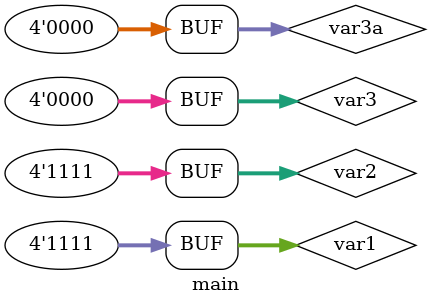
<source format=v>



module main;

reg globvar;

reg [3:0] var1,var2,var3;
wire [3:0] var3a;
reg error;

assign var3a = var1 - var2;

always @( var1 or var2)
  var3 = var1 - var2 ;

initial
begin
error = 0;
for ( var1 = 4'b0; var1 != 4'hf; var1 = var1 + 1)
  for ( var2 = 4'b0; var2 != 4'hf; var2 = var2 + 1)
     begin
        #1 ;
        if(var3 !== var3a)
          begin
           #1 ;
           error = 1;
          end
        #1;
     end
if(error == 0)
  $display("PASSED");
else
  $display("FAILED");
end

endmodule // main

</source>
